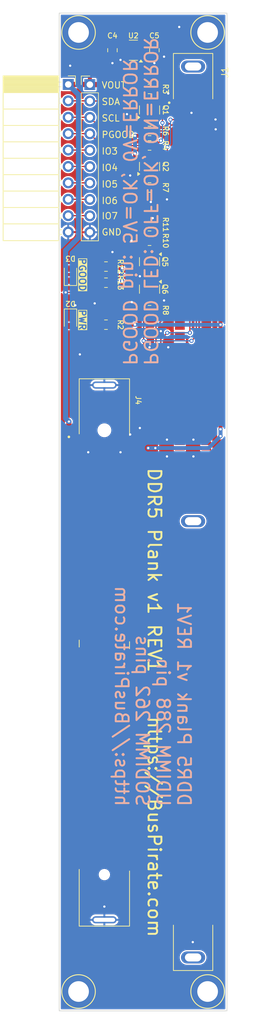
<source format=kicad_pcb>
(kicad_pcb (version 20241229) (generator "pcbnew") (generator_version "9.0")
  (layers (0 "F.Cu" signal) (2 "B.Cu" signal) (13 "F.Paste" user) (15 "B.Paste" user) (5 "F.SilkS" user "F.Silkscreen") (7 "B.SilkS" user "B.Silkscreen") (1 "F.Mask" user) (3 "B.Mask" user) (25 "Edge.Cuts" user))
  (net 0 "")
  (net 1 "BULK_VIN")
  (net 2 "PWR_GOOD_OUT")
  (net 3 "Net-(D3-A)")
  (net 4 "Net-(J2-Pin_6)")
  (net 5 "Net-(J2-Pin_9)")
  (net 6 "Net-(J2-Pin_5)")
  (net 7 "Net-(J2-Pin_8)")
  (net 8 "Net-(J2-Pin_7)")
  (net 9 "SDA")
  (net 10 "SCL")
  (net 11 "Net-(D2-A)")
  (net 12 "HSDA")
  (net 13 "HSCL")
  (net 14 "Net-(Q5-B)")
  (net 15 "Net-(Q5-E)")
  (net 16 "Net-(Q5-C)")
  (net 17 "PWR_GOOD")
  (net 200 "GND")
  (net 201 "+3.3V")
  (footprint "Capacitor_SMD:C_0805_2012Metric" (layer "F.Cu") (at 129.75 26 -90)
    (property "Reference" "C5")
    (property "Value" "10uF/6.3V")
  )
  (footprint "Resistor_SMD:R_0805_2012Metric" (layer "F.Cu") (at 129 53.25 180)
    (property "Reference" "R11")
    (property "Value" "330R")
  )
  (footprint "Package_TO_SOT_SMD:SOT-23" (layer "F.Cu") (at 129 63 -90)
    (property "Reference" "Q6")
    (property "Value" "BC817")
  )
  (footprint "Resistor_SMD:R_0805_2012Metric" (layer "F.Cu") (at 129 32)
    (property "Reference" "R3")
    (property "Value" "2K")
  )
  (footprint "Connector_PinHeader_2.54mm:PinHeader_1x10_P2.54mm_Vertical" (layer "F.Cu") (at 119.75 31.325)
    (property "Reference" "J3" (hide yes))
    (property "Value" "Conn_01x10" (hide yes))
  )
  (footprint "Connector_PinSocket_2.54mm:PinSocket_1x10_P2.54mm_Horizontal" (layer "F.Cu") (at 116.4 31.3)
    (property "Reference" "J2" (hide yes))
    (property "Value" "Conn_01x10" (hide yes))
  )
  (footprint "LED_SMD:LED_0805_2012Metric" (layer "F.Cu") (at 116.75 60.75 90)
    (property "Reference" "D3")
    (property "Value" "LED")
  )
  (footprint "Package_TO_SOT_SMD:SOT-23" (layer "F.Cu") (at 126.5 26 180)
    (property "Reference" "U2")
    (property "Value" "MCP1700x-330xxTT")
  )
  (footprint "footprints:DDR5 UDIMM GENERIC" (layer "F.Cu") (at 135.75 97.5 -90)
    (property "Reference" "J1")
    (property "Value" "DDR504111002KQ")
  )
  (footprint "Resistor_SMD:R_0805_2012Metric" (layer "F.Cu") (at 129 55.5)
    (property "Reference" "R10")
    (property "Value" "680R")
  )
  (footprint "Resistor_SMD:R_0805_2012Metric" (layer "F.Cu") (at 122.25 62)
    (property "Reference" "R13")
    (property "Value" "6.8K")
  )
  (footprint "Resistor_SMD:R_0805_2012Metric" (layer "F.Cu") (at 129 40.75)
    (property "Reference" "R4")
    (property "Value" "2K")
  )
  (footprint "Package_TO_SOT_SMD:SOT-23" (layer "F.Cu") (at 129 44 90)
    (property "Reference" "Q2")
    (property "Value" "2N7002")
  )
  (footprint "footprints:AMPHENOL_10160554-001SHLF" (layer "F.Cu") (at 122 119.25 -90)
    (property "Reference" "J4")
    (property "Value" "10160554-001SHLF")
  )
  (footprint "Capacitor_SMD:C_0805_2012Metric" (layer "F.Cu") (at 123.25 26 -90)
    (property "Reference" "C4")
    (property "Value" "10uF/6.3V")
  )
  (footprint "Resistor_SMD:R_0805_2012Metric" (layer "F.Cu") (at 122.25 68.5 180)
    (property "Reference" "R2")
    (property "Value" "6.8K" (hide yes))
  )
  (footprint "Package_TO_SOT_SMD:SOT-23" (layer "F.Cu") (at 129 35.25 90)
    (property "Reference" "Q1")
    (property "Value" "2N7002")
  )
  (footprint "Resistor_SMD:R_0805_2012Metric" (layer "F.Cu") (at 122.25 59.5 180)
    (property "Reference" "R12")
    (property "Value" "6.8K")
  )
  (footprint "Package_TO_SOT_SMD:SOT-23" (layer "F.Cu") (at 129 58.75 -90)
    (property "Reference" "Q5")
    (property "Value" "BC807")
  )
  (footprint "LED_SMD:LED_0805_2012Metric" (layer "F.Cu") (at 116.75 67.75 -90)
    (property "Reference" "D2")
    (property "Value" "LED" (hide yes))
  )
  (footprint "Resistor_SMD:R_0805_2012Metric" (layer "F.Cu") (at 129 47.25 180)
    (property "Reference" "R7")
    (property "Value" "2K")
  )
  (footprint "Resistor_SMD:R_0805_2012Metric" (layer "F.Cu") (at 129 38.5 180)
    (property "Reference" "R6")
    (property "Value" "2K")
  )
  (footprint "Resistor_SMD:R_0805_2012Metric" (layer "F.Cu") (at 129 66.25)
    (property "Reference" "R8")
    (property "Value" "1K")
  )
  (gr_circle (center 118 23.25) (end 120.6 23.25) (stroke (width 0.15)) (fill no) (layer "F.SilkS"))
  (gr_circle (center 118 171.75) (end 120.6 171.75) (stroke (width 0.15)) (fill no) (layer "F.SilkS"))
  (gr_circle (center 138 23.25) (end 140.6 23.25) (stroke (width 0.15)) (fill no) (layer "F.SilkS"))
  (gr_circle (center 138 171.75) (end 140.6 171.75) (stroke (width 0.15)) (fill no) (layer "F.SilkS"))
  (gr_rect (start 115 20.25) (end 141 174.75) (stroke (width 0.1)) (fill no) (layer "Edge.Cuts"))
  (gr_text "IO7" (at 121.5 52.25 0) (layer "F.SilkS") (effects (font (size 1 1)) (justify left bottom)))
  (gr_text "PGOOD" (at 121.5 39.666665 0) (layer "F.SilkS") (effects (font (size 1 1)) (justify left bottom)))
  (gr_text "SCL" (at 121.5 37.11111 0) (layer "F.SilkS") (effects (font (size 1 1)) (justify left bottom)))
  (gr_text "PWR" (at 118 67.75 270) (layer "F.SilkS" knockout) (effects (font (size 1 1) (thickness 0.2) (bold yes)) (justify bottom)))
  (gr_text "GND" (at 121.5 54.75 0) (layer "F.SilkS") (effects (font (size 1 1)) (justify left bottom)))
  (gr_text "IO6" (at 121.5 49.888885 0) (layer "F.SilkS") (effects (font (size 1 1)) (justify left bottom)))
  (gr_text "PGOOD" (at 118 60.75 270) (layer "F.SilkS" knockout) (effects (font (size 1 1) (thickness 0.2) (bold yes)) (justify bottom)))
  (gr_text "VOUT" (at 121.5 32 0) (layer "F.SilkS") (effects (font (size 1 1)) (justify left bottom)))
  (gr_text "DDR5 Plank v1 REV1\n" (at 129.75 106.5 270) (layer "F.SilkS") (effects (font (size 2 2) (thickness 0.3))))
  (gr_text "SDA" (at 121.5 34.555555 0) (layer "F.SilkS") (effects (font (size 1 1)) (justify left bottom)))
  (gr_text "IO4\n" (at 121.5 44.777775 0) (layer "F.SilkS") (effects (font (size 1 1)) (justify left bottom)))
  (gr_text "IO5" (at 121.5 47.33333 0) (layer "F.SilkS") (effects (font (size 1 1)) (justify left bottom)))
  (gr_text "IO3" (at 121.5 42.22222 0) (layer "F.SilkS") (effects (font (size 1 1)) (justify left bottom)))
  (gr_text "https://BusPirate.com" (at 129.75 146.25 270) (layer "F.SilkS") (effects (font (size 2 2) (thickness 0.3))))
  (gr_text "PGOOD LED: OFF=OK, ON=ERROR\nPGOOD pin: 5V=OK, 0V=ERROR" (at 124.75 75 270) (layer "B.SilkS") (effects (font (size 2 2) (thickness 0.3)) (justify left bottom mirror)))
  (gr_text "DDR5 Plank v1 REV1\nUDIMM 288 pin\nSODIMM 262 pins\nhttps://BusPirate.com" (at 123.5 143.25 270) (layer "B.SilkS") (effects (font (size 2 2) (thickness 0.3)) (justify left bottom mirror)))
  (segment (start 119.75 31.325) (end 122.675 31.325) (width 0.8128) (layer "F.Cu") (net 1))
  (segment (start 133.7 32.2) (end 133.7 34.175) (width 0.8128) (layer "F.Cu") (net 1))
  (segment (start 119.75 31.325) (end 119.75 27.25) (width 0.6096) (layer "F.Cu") (net 1))
  (segment (start 131 33.25) (end 129.9125 32.1625) (width 0.2032) (layer "F.Cu") (net 1))
  (segment (start 129.9125 29.5875) (end 130 29.5) (width 0.2032) (layer "F.Cu") (net 1))
  (segment (start 116.5 84.475) (end 117.9 85.875) (width 0.8128) (layer "F.Cu") (net 1))
  (segment (start 124.6125 25.05) (end 125.5625 26) (width 0.6096) (layer "F.Cu") (net 1))
  (segment (start 129.9125 32.1625) (end 129.9125 32) (width 0.2032) (layer "F.Cu") (net 1))
  (segment (start 137.8 35.025) (end 137.8 34.175) (width 0.8128) (layer "F.Cu") (net 1))
  (segment (start 133.7 34.175) (end 137.8 34.175) (width 0.8128) (layer "F.Cu") (net 1))
  (segment (start 124.5 29.5) (end 130 29.5) (width 0.8128) (layer "F.Cu") (net 1))
  (segment (start 121.95 25.05) (end 123.25 25.05) (width 0.6096) (layer "F.Cu") (net 1))
  (segment (start 122.675 31.325) (end 124.5 29.5) (width 0.8128) (layer "F.Cu") (net 1))
  (segment (start 129.9125 32) (end 129.9125 29.5875) (width 0.2032) (layer "F.Cu") (net 1))
  (segment (start 116 63.5) (end 121.6625 63.5) (width 0.2032) (layer "F.Cu") (net 1))
  (segment (start 123.25 25.05) (end 124.6125 25.05) (width 0.6096) (layer "F.Cu") (net 1))
  (segment (start 130 40.75) (end 130.75 40) (width 0.2032) (layer "F.Cu") (net 1))
  (segment (start 116.4 31.3) (end 119.725 31.3) (width 0.8128) (layer "F.Cu") (net 1))
  (segment (start 119.75 27.25) (end 121.95 25.05) (width 0.6096) (layer "F.Cu") (net 1))
  (segment (start 116.5 83.5) (end 116.5 84.475) (width 0.8128) (layer "F.Cu") (net 1))
  (segment (start 130 29.5) (end 131 29.5) (width 0.8128) (layer "F.Cu") (net 1))
  (segment (start 131 29.5) (end 133.7 32.2) (width 0.8128) (layer "F.Cu") (net 1))
  (segment (start 129.9125 40.75) (end 130 40.75) (width 0.2032) (layer "F.Cu") (net 1))
  (segment (start 121.6625 63.5) (end 123.1625 62) (width 0.2032) (layer "F.Cu") (net 1))
  (segment (start 131 37.25) (end 131 33.25) (width 0.2032) (layer "F.Cu") (net 1))
  (segment (start 119.725 31.3) (end 119.75 31.325) (width 0.8128) (layer "F.Cu") (net 1))
  (via (at 116.5 83.5) (size 0.6548) (drill 0.35) (layers "F.Cu" "B.Cu") (net 1))
  (via (at 131 37.25) (size 0.6548) (drill 0.35) (layers "F.Cu" "B.Cu") (net 1))
  (via (at 116 63.5) (size 0.6548) (drill 0.35) (layers "F.Cu" "B.Cu") (net 1))
  (via (at 130.75 40) (size 0.6548) (drill 0.35) (layers "F.Cu" "B.Cu") (net 1))
  (segment (start 131 39.75) (end 130.75 40) (width 0.2032) (layer "B.Cu") (net 1))
  (segment (start 118 55) (end 116 57) (width 0.8128) (layer "B.Cu") (net 1))
  (segment (start 118 32.9) (end 118 55) (width 0.8128) (layer "B.Cu") (net 1))
  (segment (start 116 57) (end 116 63.5) (width 0.8128) (layer "B.Cu") (net 1))
  (segment (start 116 63.5) (end 116 83) (width 0.8128) (layer "B.Cu") (net 1))
  (segment (start 116.4 31.3) (end 118 32.9) (width 0.8128) (layer "B.Cu") (net 1))
  (segment (start 116 83) (end 116.5 83.5) (width 0.8128) (layer "B.Cu") (net 1))
  (segment (start 131 37.25) (end 131 39.75) (width 0.2032) (layer "B.Cu") (net 1))
  (segment (start 122.25 41.445) (end 122.25 60.75) (width 0.2032) (layer "F.Cu") (net 2))
  (segment (start 122.25 60.75) (end 122.25 61.0875) (width 0.2032) (layer "F.Cu") (net 2))
  (segment (start 125.75 60.75) (end 126.5 61.5) (width 0.2032) (layer "F.Cu") (net 2))
  (segment (start 126.5 61.5) (end 126.5 62.75) (width 0.2032) (layer "F.Cu") (net 2))
  (segment (start 122.25 61.0875) (end 121.3375 62) (width 0.2032) (layer "F.Cu") (net 2))
  (segment (start 117.0625 62) (end 116.75 61.6875) (width 0.2032) (layer "F.Cu") (net 2))
  (segment (start 119.75 38.945) (end 122.25 41.445) (width 0.2032) (layer "F.Cu") (net 2))
  (segment (start 122.25 60.75) (end 125.75 60.75) (width 0.2032) (layer "F.Cu") (net 2))
  (segment (start 121.3375 62) (end 117.0625 62) (width 0.2032) (layer "F.Cu") (net 2))
  (segment (start 116.4 38.92) (end 119.725 38.92) (width 0.2032) (layer "F.Cu") (net 2))
  (segment (start 127.6875 63.9375) (end 129 63.9375) (width 0.2032) (layer "F.Cu") (net 2))
  (segment (start 119.725 38.92) (end 119.75 38.945) (width 0.2032) (layer "F.Cu") (net 2))
  (segment (start 126.5 62.75) (end 127.6875 63.9375) (width 0.2032) (layer "F.Cu") (net 2))
  (segment (start 121.3375 59.5) (end 117.0625 59.5) (width 0.2032) (layer "F.Cu") (net 3))
  (segment (start 117.0625 59.5) (end 116.75 59.8125) (width 0.2032) (layer "F.Cu") (net 3))
  (segment (start 119.725 44) (end 119.75 44.025) (width 0.2032) (layer "F.Cu") (net 4))
  (segment (start 116.4 44) (end 119.725 44) (width 0.2032) (layer "F.Cu") (net 4))
  (segment (start 119.725 51.62) (end 119.75 51.645) (width 0.2032) (layer "F.Cu") (net 5))
  (segment (start 116.4 51.62) (end 119.725 51.62) (width 0.2032) (layer "F.Cu") (net 5))
  (segment (start 119.725 41.46) (end 119.75 41.485) (width 0.2032) (layer "F.Cu") (net 6))
  (segment (start 116.4 41.46) (end 119.725 41.46) (width 0.2032) (layer "F.Cu") (net 6))
  (segment (start 119.725 49.08) (end 119.75 49.105) (width 0.2032) (layer "F.Cu") (net 7))
  (segment (start 116.4 49.08) (end 119.725 49.08) (width 0.2032) (layer "F.Cu") (net 7))
  (segment (start 116.4 46.54) (end 119.725 46.54) (width 0.2032) (layer "F.Cu") (net 8))
  (segment (start 119.725 46.54) (end 119.75 46.565) (width 0.2032) (layer "F.Cu") (net 8))
  (segment (start 128.0875 32.3375) (end 128.0875 32) (width 0.2032) (layer "F.Cu") (net 9))
  (segment (start 125 32) (end 128.0875 32) (width 0.2032) (layer "F.Cu") (net 9))
  (segment (start 119.725 33.84) (end 119.75 33.865) (width 0.2032) (layer "F.Cu") (net 9))
  (segment (start 129 33.25) (end 128.0875 32.3375) (width 0.2032) (layer "F.Cu") (net 9))
  (segment (start 129 34.3125) (end 129 33.25) (width 0.2032) (layer "F.Cu") (net 9))
  (segment (start 119.75 33.865) (end 123.135 33.865) (width 0.2032) (layer "F.Cu") (net 9))
  (segment (start 123.135 33.865) (end 125 32) (width 0.2032) (layer "F.Cu") (net 9))
  (segment (start 116.4 33.84) (end 119.725 33.84) (width 0.2032) (layer "F.Cu") (net 9))
  (segment (start 119.75 36.405) (end 124.095 40.75) (width 0.2032) (layer "F.Cu") (net 10))
  (segment (start 129 42) (end 128.0875 41.0875) (width 0.2032) (layer "F.Cu") (net 10))
  (segment (start 129 43.0625) (end 129 42) (width 0.2032) (layer "F.Cu") (net 10))
  (segment (start 124.095 40.75) (end 128.0875 40.75) (width 0.2032) (layer "F.Cu") (net 10))
  (segment (start 116.4 36.38) (end 119.725 36.38) (width 0.2032) (layer "F.Cu") (net 10))
  (segment (start 128.0875 41.0875) (end 128.0875 40.75) (width 0.2032) (layer "F.Cu") (net 10))
  (segment (start 119.725 36.38) (end 119.75 36.405) (width 0.2032) (layer "F.Cu") (net 10))
  (segment (start 116.75 68.6875) (end 121.15 68.6875) (width 0.2032) (layer "F.Cu") (net 11))
  (segment (start 121.15 68.6875) (end 121.3375 68.5) (width 0.2032) (layer "F.Cu") (net 11))
  (segment (start 126.1 87.125) (end 127.875 87.125) (width 0.2032) (layer "F.Cu") (net 12))
  (segment (start 130.75 70.75) (end 131.75 69.75) (width 0.2032) (layer "F.Cu") (net 12))
  (segment (start 127.875 87.125) (end 130.75 84.25) (width 0.2032) (layer "F.Cu") (net 12))
  (segment (start 129.95 38.4625) (end 129.9125 38.5) (width 0.2032) (layer "F.Cu") (net 12))
  (segment (start 130.75 84.25) (end 130.75 70.75) (width 0.2032) (layer "F.Cu") (net 12))
  (segment (start 132.425 37.575) (end 131.5 38.5) (width 0.2032) (layer "F.Cu") (net 12))
  (segment (start 131.5 38.5) (end 129.9125 38.5) (width 0.2032) (layer "F.Cu") (net 12))
  (segment (start 134.6532 37.575) (end 133.7 37.575) (width 0.2032) (layer "F.Cu") (net 12))
  (segment (start 135.25 38.1718) (end 134.6532 37.575) (width 0.2032) (layer "F.Cu") (net 12))
  (segment (start 133.7 37.575) (end 132.425 37.575) (width 0.2032) (layer "F.Cu") (net 12))
  (segment (start 129.95 36.1875) (end 129.95 38.4625) (width 0.2032) (layer "F.Cu") (net 12))
  (segment (start 135.25 69.75) (end 135.25 38.1718) (width 0.2032) (layer "F.Cu") (net 12))
  (via (at 131.75 69.75) (size 0.6548) (drill 0.35) (layers "F.Cu" "B.Cu") (net 12))
  (via (at 135.25 69.75) (size 0.6548) (drill 0.35) (layers "F.Cu" "B.Cu") (net 12))
  (segment (start 131.75 69.75) (end 135.25 69.75) (width 0.2032) (layer "B.Cu") (net 12))
  (segment (start 129.95 43.8) (end 129.95 44.9375) (width 0.2032) (layer "F.Cu") (net 13))
  (segment (start 133.675 36.75) (end 133.7 36.725) (width 0.2032) (layer "F.Cu") (net 13))
  (segment (start 130 68.75) (end 132 66.75) (width 0.2032) (layer "F.Cu") (net 13))
  (segment (start 132 66.75) (end 132 51) (width 0.2032) (layer "F.Cu") (net 13))
  (segment (start 132 51) (end 129.9125 48.9125) (width 0.2032) (layer "F.Cu") (net 13))
  (segment (start 127.375 86.625) (end 130 84) (width 0.2032) (layer "F.Cu") (net 13))
  (segment (start 131.75 41) (end 131.75 42) (width 0.2032) (layer "F.Cu") (net 13))
  (segment (start 129.9125 48.9125) (end 129.9125 47.25) (width 0.2032) (layer "F.Cu") (net 13))
  (segment (start 131.75 42) (end 129.95 43.8) (width 0.2032) (layer "F.Cu") (net 13))
  (segment (start 129.95 44.9375) (end 129.95 47.2125) (width 0.2032) (layer "F.Cu") (net 13))
  (segment (start 132.25 36.75) (end 133.675 36.75) (width 0.2032) (layer "F.Cu") (net 13))
  (segment (start 129.95 47.2125) (end 129.9125 47.25) (width 0.2032) (layer "F.Cu") (net 13))
  (segment (start 130 84) (end 130 68.75) (width 0.2032) (layer "F.Cu") (net 13))
  (segment (start 126.1 86.625) (end 127.375 86.625) (width 0.2032) (layer "F.Cu") (net 13))
  (via (at 132.25 36.75) (size 0.6548) (drill 0.35) (layers "F.Cu" "B.Cu") (net 13))
  (via (at 131.75 41) (size 0.6548) (drill 0.35) (layers "F.Cu" "B.Cu") (net 13))
  (segment (start 131.75 41) (end 132.25 40.5) (width 0.2032) (layer "B.Cu") (net 13))
  (segment (start 132.25 40.5) (end 132.25 36.75) (width 0.2032) (layer "B.Cu") (net 13))
  (segment (start 131 60) (end 131 63) (width 0.2032) (layer "F.Cu") (net 14))
  (segment (start 129.9125 64.0875) (end 129.9125 66.25) (width 0.2032) (layer "F.Cu") (net 14))
  (segment (start 129.95 57.8125) (end 129.95 58.95) (width 0.2032) (layer "F.Cu") (net 14))
  (segment (start 131 63) (end 129.9125 64.0875) (width 0.2032) (layer "F.Cu") (net 14))
  (segment (start 129.95 58.95) (end 131 60) (width 0.2032) (layer "F.Cu") (net 14))
  (segment (start 128.05 57.8125) (end 128.05 55.5375) (width 0.2032) (layer "F.Cu") (net 15))
  (segment (start 128.05 55.5375) (end 128.0875 55.5) (width 0.2032) (layer "F.Cu") (net 15))
  (segment (start 128.0875 53.25) (end 128.0875 55.5) (width 0.2032) (layer "F.Cu") (net 15))
  (segment (start 129 59.6875) (end 129 61.1125) (width 0.2032) (layer "F.Cu") (net 16))
  (segment (start 129 61.1125) (end 129.95 62.0625) (width 0.2032) (layer "F.Cu") (net 16))
  (segment (start 136.8468 35.875) (end 137.8 35.875) (width 0.2032) (layer "F.Cu") (net 17))
  (segment (start 136.25 36.4718) (end 136.8468 35.875) (width 0.2032) (layer "F.Cu") (net 17))
  (segment (start 128.0875 71) (end 128.0875 72.9125) (width 0.2032) (layer "F.Cu") (net 17))
  (segment (start 126 83.25) (end 121.875 87.375) (width 0.2032) (layer "F.Cu") (net 17))
  (segment (start 136.25 70.25) (end 136.25 36.4718) (width 0.2032) (layer "F.Cu") (net 17))
  (segment (start 121.875 87.375) (end 117.9 87.375) (width 0.2032) (layer "F.Cu") (net 17))
  (segment (start 128.0875 72.9125) (end 126 75) (width 0.2032) (layer "F.Cu") (net 17))
  (segment (start 126 75) (end 126 83.25) (width 0.2032) (layer "F.Cu") (net 17))
  (segment (start 128.0875 71) (end 128.0875 66.25) (width 0.2032) (layer "F.Cu") (net 17))
  (segment (start 135.5 71) (end 136.25 70.25) (width 0.2032) (layer "F.Cu") (net 17))
  (via (at 135.5 71) (size 0.6548) (drill 0.35) (layers "F.Cu" "B.Cu") (net 17))
  (via (at 128.0875 71) (size 0.6548) (drill 0.35) (layers "F.Cu" "B.Cu") (net 17))
  (segment (start 128.0875 71) (end 135.5 71) (width 0.2032) (layer "B.Cu") (net 17))
  (segment (start 123.95 26.95) (end 124.5 27.5) (width 0.6096) (layer "F.Cu") (net 200))
  (segment (start 129.75 26.95) (end 129.75 28) (width 0.6096) (layer "F.Cu") (net 200))
  (segment (start 128.05 62.0625) (end 128.05 61.55) (width 0.6096) (layer "F.Cu") (net 200))
  (segment (start 129.75 26.95) (end 131.2 26.95) (width 0.6096) (layer "F.Cu") (net 200))
  (segment (start 124.625 88.125) (end 124.5 88.25) (width 0.3048) (layer "F.Cu") (net 200))
  (segment (start 128.05 61.55) (end 127.5 61) (width 0.6096) (layer "F.Cu") (net 200))
  (segment (start 123.25 26.95) (end 123.95 26.95) (width 0.6096) (layer "F.Cu") (net 200))
  (segment (start 131.2 26.95) (end 131.25 27) (width 0.6096) (layer "F.Cu") (net 200))
  (segment (start 129.9125 53.25) (end 129.9125 52.4125) (width 0.6096) (layer "F.Cu") (net 200))
  (segment (start 119.125 87.875) (end 119.5 88.25) (width 0.3048) (layer "F.Cu") (net 200))
  (segment (start 126.1 86.125) (end 126.1 85.6) (width 0.3048) (layer "F.Cu") (net 200))
  (segment (start 139.225 36.725) (end 137.8 36.725) (width 0.6096) (layer "F.Cu") (net 200))
  (segment (start 116.75 66.8125) (end 116.75 66.25) (width 0.6096) (layer "F.Cu") (net 200))
  (segment (start 116.75 66.25) (end 117.5 65.5) (width 0.6096) (layer "F.Cu") (net 200))
  (segment (start 139.075 38.425) (end 137.8 38.425) (width 0.6096) (layer "F.Cu") (net 200))
  (segment (start 123.25 26.95) (end 123.25 28) (width 0.6096) (layer "F.Cu") (net 200))
  (segment (start 126.1 85.6) (end 126 85.5) (width 0.3048) (layer "F.Cu") (net 200))
  (segment (start 126.1 88.125) (end 124.625 88.125) (width 0.3048) (layer "F.Cu") (net 200))
  (segment (start 117.9 87.875) (end 119.125 87.875) (width 0.3048) (layer "F.Cu") (net 200))
  (segment (start 139.25 38.25) (end 139.075 38.425) (width 0.6096) (layer "F.Cu") (net 200))
  (segment (start 127.4375 26.95) (end 129.75 26.95) (width 0.6096) (layer "F.Cu") (net 200))
  (segment (start 129.9125 52.4125) (end 129.5 52) (width 0.6096) (layer "F.Cu") (net 200))
  (via (at 139.25 38.25) (size 0.6548) (drill 0.35) (layers "F.Cu" "B.Cu") (net 200))
  (via (at 123.25 57.25) (size 0.6548) (drill 0.35) (layers "F.Cu" "B.Cu") (net 200))
  (via (at 129.5 52) (size 0.6548) (drill 0.35) (layers "F.Cu" "B.Cu") (net 200))
  (via (at 129 72) (size 0.6548) (drill 0.35) (layers "F.Cu" "B.Cu") (net 200))
  (via (at 119.5 88.25) (size 0.6548) (drill 0.35) (layers "F.Cu" "B.Cu") (net 200))
  (via (at 135.8 86.3) (size 0.6548) (drill 0.35) (layers "F.Cu" "B.Cu") (net 200))
  (via (at 135.7 164.1) (size 0.6548) (drill 0.35) (layers "F.Cu" "B.Cu") (net 200))
  (via (at 127.5 84.5) (size 0.6548) (drill 0.35) (layers "F.Cu" "B.Cu") (net 200))
  (via (at 118 171.75) (size 3.4) (drill 3.2) (layers "F.Cu" "B.Cu") (net 200))
  (via (at 139.225 36.725) (size 0.6548) (drill 0.35) (layers "F.Cu" "B.Cu") (net 200))
  (via (at 118.2 73.1) (size 0.6548) (drill 0.35) (layers "F.Cu" "B.Cu") (net 200))
  (via (at 129.75 28) (size 0.6548) (drill 0.35) (layers "F.Cu" "B.Cu") (net 200))
  (via (at 131.7 86.3) (size 0.6548) (drill 0.35) (layers "F.Cu" "B.Cu") (net 200))
  (via (at 131.25 64.75) (size 0.6548) (drill 0.35) (layers "F.Cu" "B.Cu") (net 200))
  (via (at 124.5 88.25) (size 0.6548) (drill 0.35) (layers "F.Cu" "B.Cu") (net 200))
  (via (at 131.25 27) (size 0.6548) (drill 0.35) (layers "F.Cu" "B.Cu") (net 200))
  (via (at 131.9 32.7) (size 0.6548) (drill 0.35) (layers "F.Cu" "B.Cu") (net 200))
  (via (at 126.25 65) (size 0.6548) (drill 0.35) (layers "F.Cu" "B.Cu") (net 200))
  (via (at 135.8 88.9) (size 0.6548) (drill 0.35) (layers "F.Cu" "B.Cu") (net 200))
  (via (at 129.2 49.5) (size 0.6548) (drill 0.35) (layers "F.Cu" "B.Cu") (net 200))
  (via (at 138 23.25) (size 3.4) (drill 3.2) (layers "F.Cu" "B.Cu") (net 200))
  (via (at 117.5 65.5) (size 0.6548) (drill 0.35) (layers "F.Cu" "B.Cu") (net 200))
  (via (at 131.7 88.9) (size 0.6548) (drill 0.35) (layers "F.Cu" "B.Cu") (net 200))
  (via (at 122 158.6) (size 0.6548) (drill 0.35) (layers "F.Cu" "B.Cu") (net 200))
  (via (at 138 171.75) (size 3.4) (drill 3.2) (layers "F.Cu" "B.Cu") (net 200))
  (via (at 131.9 72) (size 0.6548) (drill 0.35) (layers "F.Cu" "B.Cu") (net 200))
  (via (at 127.5 61) (size 0.6548) (drill 0.35) (layers "F.Cu" "B.Cu") (net 200))
  (via (at 131.7 49.1) (size 0.6548) (drill 0.35) (layers "F.Cu" "B.Cu") (net 200))
  (via (at 135.5 35.7) (size 0.6548) (drill 0.35) (layers "F.Cu" "B.Cu") (net 200))
  (via (at 118 23.25) (size 3.4) (drill 3.2) (layers "F.Cu" "B.Cu") (net 200))
  (via (at 116.7 28.4) (size 0.6548) (drill 0.35) (layers "F.Cu" "B.Cu") (net 200))
  (via (at 120.5 65.2) (size 0.6548) (drill 0.35) (layers "F.Cu" "B.Cu") (net 200))
  (via (at 123.25 28) (size 0.6548) (drill 0.35) (layers "F.Cu" "B.Cu") (net 200))
  (via (at 130.75 69.5) (size 0.6548) (drill 0.35) (layers "F.Cu" "B.Cu") (net 200))
  (via (at 126 85.5) (size 0.6548) (drill 0.35) (layers "F.Cu" "B.Cu") (net 200))
  (via (at 124.5 27.5) (size 0.6548) (drill 0.35) (layers "F.Cu" "B.Cu") (net 200))
  (via (at 125.5 35.9) (size 0.6548) (drill 0.35) (layers "F.Cu" "B.Cu") (net 200))
  (via (at 126.2 55.5) (size 0.6548) (drill 0.35) (layers "F.Cu" "B.Cu") (net 200))
  (via (at 133.6 22.4) (size 0.6548) (drill 0.35) (layers "F.Cu" "B.Cu") (net 200))
  (via (at 126 45.4) (size 0.6548) (drill 0.35) (layers "F.Cu" "B.Cu") (net 200))
  (segment (start 128.0875 50.5) (end 129.75 50.5) (width 0.2032) (layer "F.Cu") (net 201))
  (segment (start 123.25 65.25) (end 123.25 68.4125) (width 0.6096) (layer "F.Cu") (net 201))
  (segment (start 140 68.5) (end 140 84.7) (width 0.6096) (layer "F.Cu") (net 201))
  (segment (start 129.75 50.5) (end 131.25 52) (width 0.2032) (layer "F.Cu") (net 201))
  (segment (start 124.75 63.75) (end 123.25 65.25) (width 0.6096) (layer "F.Cu") (net 201))
  (segment (start 140 39.25) (end 139.975 39.275) (width 0.6096) (layer "F.Cu") (net 201))
  (segment (start 123.1625 68.5) (end 126.75 68.5) (width 0.6096) (layer "F.Cu") (net 201))
  (segment (start 140 84.7) (end 140 85.75) (width 0.6096) (layer "F.Cu") (net 201))
  (segment (start 128.05 44.3) (end 126.75 43) (width 0.6096) (layer "F.Cu") (net 201))
  (segment (start 126.75 39.25) (end 127.3375 39.25) (width 0.6096) (layer "F.Cu") (net 201))
  (segment (start 128.0875 44.975) (end 128.05 44.9375) (width 0.6096) (layer "F.Cu") (net 201))
  (segment (start 135.55 25.05) (end 140.25 29.75) (width 0.6096) (layer "F.Cu") (net 201))
  (segment (start 123.4125 59.75) (end 123.1625 59.5) (width 0.6096) (layer "F.Cu") (net 201))
  (segment (start 140.25 39) (end 140 39.25) (width 0.6096) (layer "F.Cu") (net 201))
  (segment (start 127.4375 25.05) (end 129.75 25.05) (width 0.6096) (layer "F.Cu") (net 201))
  (segment (start 129.75 25.05) (end 135.55 25.05) (width 0.6096) (layer "F.Cu") (net 201))
  (segment (start 124.75 59.75) (end 123.4125 59.75) (width 0.6096) (layer "F.Cu") (net 201))
  (segment (start 124.75 61.75) (end 124.75 63.75) (width 0.6096) (layer "F.Cu") (net 201))
  (segment (start 131.25 52) (end 131.25 54.1625) (width 0.2032) (layer "F.Cu") (net 201))
  (segment (start 127.3375 39.25) (end 128.0875 38.5) (width 0.6096) (layer "F.Cu") (net 201))
  (segment (start 140 39.25) (end 140 68.5) (width 0.6096) (layer "F.Cu") (net 201))
  (segment (start 123.25 68.4125) (end 123.1625 68.5) (width 0.6096) (layer "F.Cu") (net 201))
  (segment (start 124.75 59.75) (end 124.75 53.8375) (width 0.6096) (layer "F.Cu") (net 201))
  (segment (start 126.75 43) (end 126.75 42) (width 0.6096) (layer "F.Cu") (net 201))
  (segment (start 128.05 36.1875) (end 128.05 38.4625) (width 0.6096) (layer "F.Cu") (net 201))
  (segment (start 139.975 39.275) (end 137.8 39.275) (width 0.6096) (layer "F.Cu") (net 201))
  (segment (start 128.0875 47.25) (end 128.0875 44.975) (width 0.6096) (layer "F.Cu") (net 201))
  (segment (start 128.0875 50.5) (end 128.0875 47.25) (width 0.6096) (layer "F.Cu") (net 201))
  (segment (start 131.25 54.1625) (end 129.9125 55.5) (width 0.2032) (layer "F.Cu") (net 201))
  (segment (start 140.25 29.75) (end 140.25 39) (width 0.6096) (layer "F.Cu") (net 201))
  (segment (start 128.05 38.4625) (end 128.0875 38.5) (width 0.6096) (layer "F.Cu") (net 201))
  (segment (start 128.05 44.9375) (end 128.05 44.3) (width 0.6096) (layer "F.Cu") (net 201))
  (segment (start 124.75 53.8375) (end 128.0875 50.5) (width 0.6096) (layer "F.Cu") (net 201))
  (via (at 140 84.7) (size 0.6548) (drill 0.35) (layers "F.Cu" "B.Cu") (net 201))
  (via (at 140 85.75) (size 0.6548) (drill 0.35) (layers "F.Cu" "B.Cu") (net 201))
  (via (at 128.8 87.6) (size 0.6548) (drill 0.35) (layers "F.Cu" "B.Cu") (net 201))
  (via (at 129.9 87.6) (size 0.6548) (drill 0.35) (layers "F.Cu" "B.Cu") (net 201))
  (via (at 140 68.5) (size 0.6548) (drill 0.35) (layers "F.Cu" "B.Cu") (net 201))
  (via (at 124.75 61.75) (size 0.6548) (drill 0.35) (layers "F.Cu" "B.Cu") (net 201))
  (via (at 126.75 68.5) (size 0.6548) (drill 0.35) (layers "F.Cu" "B.Cu") (net 201))
  (via (at 126.75 39.25) (size 0.6548) (drill 0.35) (layers "F.Cu" "B.Cu") (net 201))
  (via (at 126.75 42) (size 0.6548) (drill 0.35) (layers "F.Cu" "B.Cu") (net 201))
  (via (at 124.75 59.75) (size 0.6548) (drill 0.35) (layers "F.Cu" "B.Cu") (net 201))
  (segment (start 140 85.75) (end 140 84.7) (width 0.6096) (layer "B.Cu") (net 201))
  (segment (start 128.8 87.6) (end 129.9 87.6) (width 0.6096) (layer "B.Cu") (net 201))
  (segment (start 126.75 42) (end 126.75 39.25) (width 0.6096) (layer "B.Cu") (net 201))
  (segment (start 138.15 87.6) (end 140 85.75) (width 0.6096) (layer "B.Cu") (net 201))
  (segment (start 129.9 87.6) (end 138.15 87.6) (width 0.6096) (layer "B.Cu") (net 201))
  (segment (start 140 68.5) (end 126.75 68.5) (width 0.6096) (layer "B.Cu") (net 201))
  (segment (start 124.75 59.75) (end 124.75 61.75) (width 0.6096) (layer "B.Cu") (net 201))
  (zone (net 201) (net_name "+3.3V") (layer "F.Cu") (priority 1) (connect_pads yes (clearance 0.2)) (min_thickness 0.2) (fill yes (thermal_gap 0.5) (thermal_bridge_width 0.5) (smoothing fillet) (radius 0.25))
    (polygon (pts (xy 125.2 87.4) (xy 128 87.4) (xy 128.6 86.8) (xy 130.3 86.8) (xy 130.3 88.4) (xy 127.5 88.4) (xy 127 87.9) (xy 125.2 87.9)))
  )
  (zone (net 200) (net_name "GND") (layers "F.Cu" "B.Cu") (connect_pads thru_hole_only (clearance 0.2)) (min_thickness 0.25) (fill yes (thermal_gap 0.3) (thermal_bridge_width 0.3))
    (polygon (pts (xy 115 20.25) (xy 141 20.25) (xy 141 174.75) (xy 115 174.75)))
  )
)
</source>
